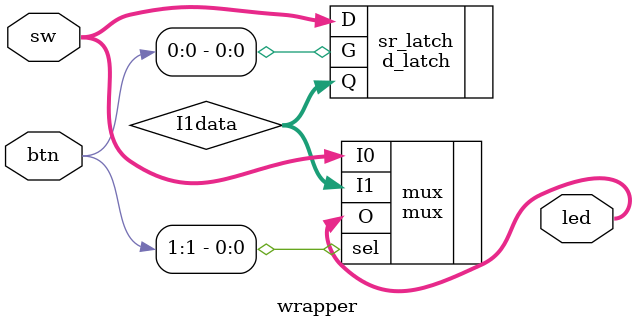
<source format=v>
`timescale 1ns / 1ps


module wrapper(
    input [7:0] sw,
    input [1:0] btn,
    output [7:0] led
    );
   
wire [7:0]I1data;
    
d_latch sr_latch (
    .D(sw),
    .G(btn[0]),
    .Q(I1data)
    );
    
mux mux (
    .I0(sw),
    .I1(I1data),
    .sel(btn[1]),
    .O(led)
    );
endmodule

</source>
